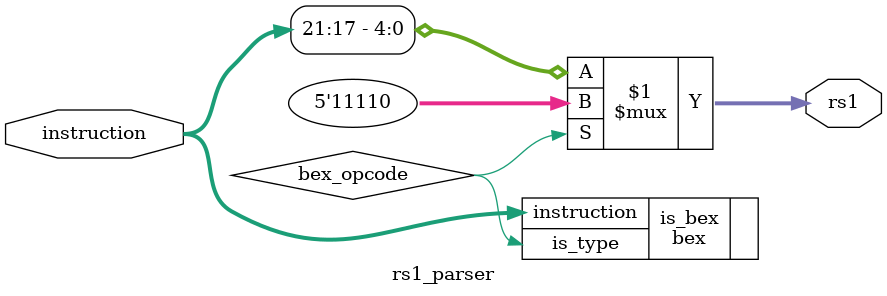
<source format=v>
module rs1_parser(rs1, instruction);
    input [31:0] instruction;
    output [4:0] rs1;

    wire bex_opcode;

    bex is_bex(.is_type(bex_opcode), .instruction(instruction));

    assign rs1 = bex_opcode ? 5'd30 : // if bex type, read from $r30
                instruction[21:17]; // else read from rs range
endmodule
</source>
